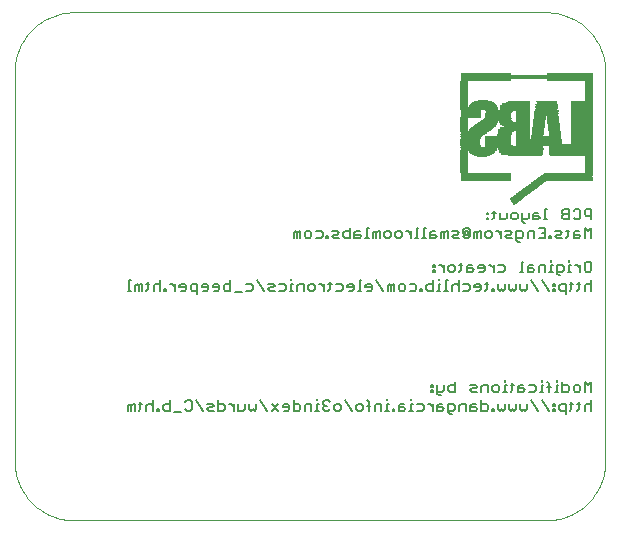
<source format=gbo>
G75*
G70*
%OFA0B0*%
%FSLAX24Y24*%
%IPPOS*%
%LPD*%
%AMOC8*
5,1,8,0,0,1.08239X$1,22.5*
%
%ADD10C,0.0000*%
%ADD11C,0.0060*%
%ADD12R,0.0039X0.0013*%
%ADD13R,0.0065X0.0013*%
%ADD14R,0.0078X0.0013*%
%ADD15R,0.0117X0.0013*%
%ADD16R,0.0130X0.0013*%
%ADD17R,0.0169X0.0013*%
%ADD18R,0.0195X0.0013*%
%ADD19R,0.0221X0.0013*%
%ADD20R,0.0247X0.0013*%
%ADD21R,0.0273X0.0013*%
%ADD22R,0.0299X0.0013*%
%ADD23R,0.0325X0.0013*%
%ADD24R,0.0351X0.0013*%
%ADD25R,0.0377X0.0013*%
%ADD26R,0.0416X0.0013*%
%ADD27R,0.0429X0.0013*%
%ADD28R,0.0429X0.0013*%
%ADD29R,0.0429X0.0013*%
%ADD30R,0.0416X0.0013*%
%ADD31R,0.0429X0.0013*%
%ADD32R,0.0416X0.0013*%
%ADD33R,0.1937X0.0013*%
%ADD34R,0.1664X0.0013*%
%ADD35R,0.1924X0.0013*%
%ADD36R,0.1664X0.0013*%
%ADD37R,0.1898X0.0013*%
%ADD38R,0.1885X0.0013*%
%ADD39R,0.1859X0.0013*%
%ADD40R,0.1846X0.0013*%
%ADD41R,0.1820X0.0013*%
%ADD42R,0.1807X0.0013*%
%ADD43R,0.1781X0.0013*%
%ADD44R,0.1768X0.0013*%
%ADD45R,0.1755X0.0013*%
%ADD46R,0.1742X0.0013*%
%ADD47R,0.1716X0.0013*%
%ADD48R,0.1703X0.0013*%
%ADD49R,0.1677X0.0013*%
%ADD50R,0.1651X0.0013*%
%ADD51R,0.1625X0.0013*%
%ADD52R,0.1612X0.0013*%
%ADD53R,0.1586X0.0013*%
%ADD54R,0.0260X0.0013*%
%ADD55R,0.0247X0.0013*%
%ADD56R,0.0260X0.0013*%
%ADD57R,0.0247X0.0013*%
%ADD58R,0.0195X0.0013*%
%ADD59R,0.0455X0.0013*%
%ADD60R,0.1430X0.0013*%
%ADD61R,0.1157X0.0013*%
%ADD62R,0.0520X0.0013*%
%ADD63R,0.1430X0.0013*%
%ADD64R,0.1287X0.0013*%
%ADD65R,0.0585X0.0013*%
%ADD66R,0.1352X0.0013*%
%ADD67R,0.0637X0.0013*%
%ADD68R,0.1443X0.0013*%
%ADD69R,0.1378X0.0013*%
%ADD70R,0.0689X0.0013*%
%ADD71R,0.1404X0.0013*%
%ADD72R,0.0715X0.0013*%
%ADD73R,0.1443X0.0013*%
%ADD74R,0.1417X0.0013*%
%ADD75R,0.0767X0.0013*%
%ADD76R,0.0793X0.0013*%
%ADD77R,0.1443X0.0013*%
%ADD78R,0.0819X0.0013*%
%ADD79R,0.1456X0.0013*%
%ADD80R,0.0871X0.0013*%
%ADD81R,0.1469X0.0013*%
%ADD82R,0.0884X0.0013*%
%ADD83R,0.1469X0.0013*%
%ADD84R,0.0897X0.0013*%
%ADD85R,0.1482X0.0013*%
%ADD86R,0.0923X0.0013*%
%ADD87R,0.1196X0.0013*%
%ADD88R,0.1495X0.0013*%
%ADD89R,0.1456X0.0013*%
%ADD90R,0.1209X0.0013*%
%ADD91R,0.1456X0.0013*%
%ADD92R,0.1508X0.0013*%
%ADD93R,0.1209X0.0013*%
%ADD94R,0.1521X0.0013*%
%ADD95R,0.1222X0.0013*%
%ADD96R,0.2756X0.0013*%
%ADD97R,0.1989X0.0013*%
%ADD98R,0.0715X0.0013*%
%ADD99R,0.1963X0.0013*%
%ADD100R,0.1950X0.0013*%
%ADD101R,0.0676X0.0013*%
%ADD102R,0.0663X0.0013*%
%ADD103R,0.0910X0.0013*%
%ADD104R,0.0936X0.0013*%
%ADD105R,0.2548X0.0013*%
%ADD106R,0.0910X0.0013*%
%ADD107R,0.0650X0.0013*%
%ADD108R,0.2548X0.0013*%
%ADD109R,0.0897X0.0013*%
%ADD110R,0.0650X0.0013*%
%ADD111R,0.0884X0.0013*%
%ADD112R,0.1547X0.0013*%
%ADD113R,0.1547X0.0013*%
%ADD114R,0.0871X0.0013*%
%ADD115R,0.1053X0.0013*%
%ADD116R,0.0468X0.0013*%
%ADD117R,0.1053X0.0013*%
%ADD118R,0.0468X0.0013*%
%ADD119R,0.1040X0.0013*%
%ADD120R,0.1027X0.0013*%
%ADD121R,0.1027X0.0013*%
%ADD122R,0.0663X0.0013*%
%ADD123R,0.1014X0.0013*%
%ADD124R,0.1001X0.0013*%
%ADD125R,0.0702X0.0013*%
%ADD126R,0.0416X0.0013*%
%ADD127R,0.0728X0.0013*%
%ADD128R,0.0741X0.0013*%
%ADD129R,0.0754X0.0013*%
%ADD130R,0.0780X0.0013*%
%ADD131R,0.0455X0.0013*%
%ADD132R,0.0819X0.0013*%
%ADD133R,0.0832X0.0013*%
%ADD134R,0.0468X0.0013*%
%ADD135R,0.0858X0.0013*%
%ADD136R,0.0871X0.0013*%
%ADD137R,0.0403X0.0013*%
%ADD138R,0.0403X0.0013*%
%ADD139R,0.0481X0.0013*%
%ADD140R,0.0533X0.0013*%
%ADD141R,0.0403X0.0013*%
%ADD142R,0.0689X0.0013*%
%ADD143R,0.1040X0.0013*%
%ADD144R,0.0403X0.0013*%
%ADD145R,0.0728X0.0013*%
%ADD146R,0.1014X0.0013*%
%ADD147R,0.0741X0.0013*%
%ADD148R,0.0988X0.0013*%
%ADD149R,0.0975X0.0013*%
%ADD150R,0.0754X0.0013*%
%ADD151R,0.0949X0.0013*%
%ADD152R,0.0754X0.0013*%
%ADD153R,0.0923X0.0013*%
%ADD154R,0.0845X0.0013*%
%ADD155R,0.0845X0.0013*%
%ADD156R,0.0741X0.0013*%
%ADD157R,0.0728X0.0013*%
%ADD158R,0.0390X0.0013*%
%ADD159R,0.0975X0.0013*%
%ADD160R,0.0390X0.0013*%
%ADD161R,0.0988X0.0013*%
%ADD162R,0.0702X0.0013*%
%ADD163R,0.0676X0.0013*%
%ADD164R,0.0663X0.0013*%
%ADD165R,0.0481X0.0013*%
%ADD166R,0.0442X0.0013*%
%ADD167R,0.0624X0.0013*%
%ADD168R,0.0442X0.0013*%
%ADD169R,0.0611X0.0013*%
%ADD170R,0.0598X0.0013*%
%ADD171R,0.0572X0.0013*%
%ADD172R,0.1001X0.0013*%
%ADD173R,0.0949X0.0013*%
%ADD174R,0.0377X0.0013*%
%ADD175R,0.0858X0.0013*%
%ADD176R,0.0676X0.0013*%
%ADD177R,0.0858X0.0013*%
%ADD178R,0.0806X0.0013*%
%ADD179R,0.0780X0.0013*%
%ADD180R,0.0871X0.0013*%
%ADD181R,0.0767X0.0013*%
%ADD182R,0.0689X0.0013*%
%ADD183R,0.0988X0.0013*%
%ADD184R,0.0988X0.0013*%
%ADD185R,0.0962X0.0013*%
%ADD186R,0.0949X0.0013*%
%ADD187R,0.0962X0.0013*%
%ADD188R,0.0936X0.0013*%
%ADD189R,0.0858X0.0013*%
%ADD190R,0.0832X0.0013*%
%ADD191R,0.0806X0.0013*%
%ADD192R,0.0832X0.0013*%
%ADD193R,0.0702X0.0013*%
%ADD194R,0.0793X0.0013*%
%ADD195R,0.0624X0.0013*%
%ADD196R,0.0546X0.0013*%
%ADD197R,0.0364X0.0013*%
%ADD198R,0.0221X0.0013*%
%ADD199R,0.1521X0.0013*%
%ADD200R,0.1521X0.0013*%
%ADD201R,0.4394X0.0013*%
%ADD202R,0.4394X0.0013*%
D10*
X002741Y002926D02*
X002741Y010406D01*
X002741Y015918D01*
X002743Y016012D01*
X002750Y016105D01*
X002761Y016198D01*
X002777Y016291D01*
X002797Y016382D01*
X002821Y016473D01*
X002849Y016562D01*
X002882Y016650D01*
X002919Y016736D01*
X002960Y016820D01*
X003005Y016903D01*
X003054Y016983D01*
X003106Y017060D01*
X003162Y017135D01*
X003222Y017207D01*
X003285Y017277D01*
X003351Y017343D01*
X003421Y017406D01*
X003493Y017466D01*
X003568Y017522D01*
X003645Y017574D01*
X003725Y017623D01*
X003808Y017668D01*
X003892Y017709D01*
X003978Y017746D01*
X004066Y017779D01*
X004155Y017807D01*
X004246Y017831D01*
X004337Y017851D01*
X004430Y017867D01*
X004523Y017878D01*
X004616Y017885D01*
X004710Y017887D01*
X010419Y017887D01*
X020458Y017887D01*
X020552Y017885D01*
X020645Y017878D01*
X020738Y017867D01*
X020831Y017851D01*
X020922Y017831D01*
X021013Y017807D01*
X021102Y017779D01*
X021190Y017746D01*
X021276Y017709D01*
X021360Y017668D01*
X021442Y017623D01*
X021523Y017574D01*
X021600Y017522D01*
X021675Y017466D01*
X021747Y017406D01*
X021817Y017343D01*
X021883Y017277D01*
X021946Y017207D01*
X022006Y017135D01*
X022062Y017060D01*
X022114Y016983D01*
X022163Y016902D01*
X022208Y016820D01*
X022249Y016736D01*
X022286Y016650D01*
X022319Y016562D01*
X022347Y016473D01*
X022371Y016382D01*
X022391Y016291D01*
X022407Y016198D01*
X022418Y016105D01*
X022425Y016012D01*
X022427Y015918D01*
X022426Y015918D02*
X022426Y011194D01*
X022426Y002926D01*
X022427Y002926D02*
X022425Y002832D01*
X022418Y002739D01*
X022407Y002646D01*
X022391Y002553D01*
X022371Y002462D01*
X022347Y002371D01*
X022319Y002282D01*
X022286Y002194D01*
X022249Y002108D01*
X022208Y002024D01*
X022163Y001942D01*
X022114Y001861D01*
X022062Y001784D01*
X022006Y001709D01*
X021946Y001637D01*
X021883Y001567D01*
X021817Y001501D01*
X021747Y001438D01*
X021675Y001378D01*
X021600Y001322D01*
X021523Y001270D01*
X021443Y001221D01*
X021360Y001176D01*
X021276Y001135D01*
X021190Y001098D01*
X021102Y001065D01*
X021013Y001037D01*
X020922Y001013D01*
X020831Y000993D01*
X020738Y000977D01*
X020645Y000966D01*
X020552Y000959D01*
X020458Y000957D01*
X014946Y000957D01*
X004710Y000957D01*
X004616Y000959D01*
X004523Y000966D01*
X004430Y000977D01*
X004337Y000993D01*
X004246Y001013D01*
X004155Y001037D01*
X004066Y001065D01*
X003978Y001098D01*
X003892Y001135D01*
X003808Y001176D01*
X003725Y001221D01*
X003645Y001270D01*
X003568Y001322D01*
X003493Y001378D01*
X003421Y001438D01*
X003351Y001501D01*
X003285Y001567D01*
X003222Y001637D01*
X003162Y001709D01*
X003106Y001784D01*
X003054Y001861D01*
X003005Y001942D01*
X002960Y002024D01*
X002919Y002108D01*
X002882Y002194D01*
X002849Y002282D01*
X002821Y002371D01*
X002797Y002462D01*
X002777Y002553D01*
X002761Y002646D01*
X002750Y002739D01*
X002743Y002832D01*
X002741Y002926D01*
D11*
X006512Y004612D02*
X006512Y004783D01*
X006568Y004839D01*
X006625Y004783D01*
X006625Y004612D01*
X006738Y004612D02*
X006738Y004839D01*
X006682Y004839D01*
X006625Y004783D01*
X006870Y004839D02*
X006984Y004839D01*
X006927Y004896D02*
X006927Y004669D01*
X006870Y004612D01*
X007125Y004612D02*
X007125Y004783D01*
X007182Y004839D01*
X007296Y004839D01*
X007352Y004783D01*
X007352Y004953D02*
X007352Y004612D01*
X007480Y004612D02*
X007536Y004612D01*
X007536Y004669D01*
X007480Y004669D01*
X007480Y004612D01*
X007678Y004669D02*
X007678Y004783D01*
X007735Y004839D01*
X007905Y004839D01*
X007905Y004953D02*
X007905Y004612D01*
X007735Y004612D01*
X007678Y004669D01*
X008046Y004556D02*
X008273Y004556D01*
X008414Y004669D02*
X008471Y004612D01*
X008585Y004612D01*
X008641Y004669D01*
X008641Y004896D01*
X008585Y004953D01*
X008471Y004953D01*
X008414Y004896D01*
X008783Y004953D02*
X009010Y004612D01*
X009151Y004669D02*
X009208Y004726D01*
X009321Y004726D01*
X009378Y004783D01*
X009321Y004839D01*
X009151Y004839D01*
X009151Y004669D02*
X009208Y004612D01*
X009378Y004612D01*
X009519Y004612D02*
X009689Y004612D01*
X009746Y004669D01*
X009746Y004783D01*
X009689Y004839D01*
X009519Y004839D01*
X009519Y004953D02*
X009519Y004612D01*
X009883Y004839D02*
X009940Y004839D01*
X010053Y004726D01*
X010053Y004839D02*
X010053Y004612D01*
X010195Y004612D02*
X010195Y004839D01*
X010421Y004839D02*
X010421Y004669D01*
X010365Y004612D01*
X010195Y004612D01*
X010563Y004669D02*
X010563Y004839D01*
X010563Y004669D02*
X010620Y004612D01*
X010676Y004669D01*
X010733Y004612D01*
X010790Y004669D01*
X010790Y004839D01*
X010931Y004953D02*
X011158Y004612D01*
X011299Y004612D02*
X011526Y004839D01*
X011668Y004783D02*
X011668Y004726D01*
X011895Y004726D01*
X011895Y004783D02*
X011838Y004839D01*
X011724Y004839D01*
X011668Y004783D01*
X011724Y004612D02*
X011838Y004612D01*
X011895Y004669D01*
X011895Y004783D01*
X012036Y004839D02*
X012206Y004839D01*
X012263Y004783D01*
X012263Y004669D01*
X012206Y004612D01*
X012036Y004612D01*
X012036Y004953D01*
X012404Y004783D02*
X012404Y004612D01*
X012404Y004783D02*
X012461Y004839D01*
X012631Y004839D01*
X012631Y004612D01*
X012763Y004612D02*
X012877Y004612D01*
X012820Y004612D02*
X012820Y004839D01*
X012877Y004839D01*
X012820Y004953D02*
X012820Y005009D01*
X013018Y004896D02*
X013018Y004839D01*
X013075Y004783D01*
X013018Y004726D01*
X013018Y004669D01*
X013075Y004612D01*
X013188Y004612D01*
X013245Y004669D01*
X013386Y004669D02*
X013386Y004783D01*
X013443Y004839D01*
X013557Y004839D01*
X013613Y004783D01*
X013613Y004669D01*
X013557Y004612D01*
X013443Y004612D01*
X013386Y004669D01*
X013245Y004896D02*
X013188Y004953D01*
X013075Y004953D01*
X013018Y004896D01*
X013075Y004783D02*
X013132Y004783D01*
X013755Y004953D02*
X013982Y004612D01*
X014123Y004669D02*
X014123Y004783D01*
X014180Y004839D01*
X014293Y004839D01*
X014350Y004783D01*
X014350Y004669D01*
X014293Y004612D01*
X014180Y004612D01*
X014123Y004669D01*
X014482Y004783D02*
X014595Y004783D01*
X014539Y004896D02*
X014482Y004953D01*
X014539Y004896D02*
X014539Y004612D01*
X014737Y004612D02*
X014737Y004783D01*
X014794Y004839D01*
X014964Y004839D01*
X014964Y004612D01*
X015096Y004612D02*
X015209Y004612D01*
X015153Y004612D02*
X015153Y004839D01*
X015209Y004839D01*
X015153Y004953D02*
X015153Y005009D01*
X015337Y004669D02*
X015337Y004612D01*
X015393Y004612D01*
X015393Y004669D01*
X015337Y004669D01*
X015535Y004612D02*
X015535Y004783D01*
X015592Y004839D01*
X015705Y004839D01*
X015705Y004726D02*
X015535Y004726D01*
X015535Y004612D02*
X015705Y004612D01*
X015762Y004669D01*
X015705Y004726D01*
X015894Y004612D02*
X016007Y004612D01*
X015951Y004612D02*
X015951Y004839D01*
X016007Y004839D01*
X015951Y004953D02*
X015951Y005009D01*
X016149Y004839D02*
X016319Y004839D01*
X016376Y004783D01*
X016376Y004669D01*
X016319Y004612D01*
X016149Y004612D01*
X016512Y004839D02*
X016569Y004839D01*
X016682Y004726D01*
X016682Y004839D02*
X016682Y004612D01*
X016824Y004612D02*
X016824Y004783D01*
X016881Y004839D01*
X016994Y004839D01*
X016994Y004726D02*
X016824Y004726D01*
X016824Y004612D02*
X016994Y004612D01*
X017051Y004669D01*
X016994Y004726D01*
X017192Y004839D02*
X017192Y004556D01*
X017249Y004499D01*
X017306Y004499D01*
X017362Y004612D02*
X017192Y004612D01*
X017362Y004612D02*
X017419Y004669D01*
X017419Y004783D01*
X017362Y004839D01*
X017192Y004839D01*
X017561Y004783D02*
X017561Y004612D01*
X017561Y004783D02*
X017617Y004839D01*
X017787Y004839D01*
X017787Y004612D01*
X017929Y004612D02*
X017929Y004783D01*
X017986Y004839D01*
X018099Y004839D01*
X018099Y004726D02*
X017929Y004726D01*
X017929Y004612D02*
X018099Y004612D01*
X018156Y004669D01*
X018099Y004726D01*
X018297Y004839D02*
X018467Y004839D01*
X018524Y004783D01*
X018524Y004669D01*
X018467Y004612D01*
X018297Y004612D01*
X018297Y004953D01*
X018297Y005237D02*
X018297Y005408D01*
X018354Y005464D01*
X018524Y005464D01*
X018524Y005237D01*
X018665Y005294D02*
X018665Y005408D01*
X018722Y005464D01*
X018836Y005464D01*
X018892Y005408D01*
X018892Y005294D01*
X018836Y005237D01*
X018722Y005237D01*
X018665Y005294D01*
X019024Y005237D02*
X019138Y005237D01*
X019081Y005237D02*
X019081Y005464D01*
X019138Y005464D01*
X019081Y005578D02*
X019081Y005634D01*
X019270Y005464D02*
X019383Y005464D01*
X019327Y005521D02*
X019327Y005294D01*
X019270Y005237D01*
X019525Y005237D02*
X019695Y005237D01*
X019752Y005294D01*
X019695Y005351D01*
X019525Y005351D01*
X019525Y005408D02*
X019525Y005237D01*
X019525Y005408D02*
X019582Y005464D01*
X019695Y005464D01*
X019893Y005464D02*
X020063Y005464D01*
X020120Y005408D01*
X020120Y005294D01*
X020063Y005237D01*
X019893Y005237D01*
X019954Y004953D02*
X020181Y004612D01*
X019813Y004669D02*
X019813Y004839D01*
X019813Y004669D02*
X019756Y004612D01*
X019700Y004669D01*
X019643Y004612D01*
X019586Y004669D01*
X019586Y004839D01*
X019445Y004839D02*
X019445Y004669D01*
X019388Y004612D01*
X019331Y004669D01*
X019275Y004612D01*
X019218Y004669D01*
X019218Y004839D01*
X019076Y004839D02*
X019076Y004669D01*
X019020Y004612D01*
X018963Y004669D01*
X018906Y004612D01*
X018850Y004669D01*
X018850Y004839D01*
X018708Y004669D02*
X018651Y004669D01*
X018651Y004612D01*
X018708Y004612D01*
X018708Y004669D01*
X018156Y005237D02*
X017986Y005237D01*
X017929Y005294D01*
X017986Y005351D01*
X018099Y005351D01*
X018156Y005408D01*
X018099Y005464D01*
X017929Y005464D01*
X017419Y005464D02*
X017249Y005464D01*
X017192Y005408D01*
X017192Y005294D01*
X017249Y005237D01*
X017419Y005237D01*
X017419Y005578D01*
X017051Y005464D02*
X017051Y005294D01*
X016994Y005237D01*
X016824Y005237D01*
X016824Y005181D02*
X016881Y005124D01*
X016937Y005124D01*
X016824Y005181D02*
X016824Y005464D01*
X016682Y005464D02*
X016682Y005408D01*
X016626Y005408D01*
X016626Y005464D01*
X016682Y005464D01*
X016682Y005294D02*
X016682Y005237D01*
X016626Y005237D01*
X016626Y005294D01*
X016682Y005294D01*
X020252Y005237D02*
X020365Y005237D01*
X020309Y005237D02*
X020309Y005464D01*
X020365Y005464D01*
X020309Y005578D02*
X020309Y005634D01*
X020498Y005578D02*
X020554Y005521D01*
X020554Y005237D01*
X020498Y005408D02*
X020611Y005408D01*
X020800Y005464D02*
X020800Y005237D01*
X020856Y005237D02*
X020743Y005237D01*
X020998Y005237D02*
X021168Y005237D01*
X021225Y005294D01*
X021225Y005408D01*
X021168Y005464D01*
X020998Y005464D01*
X020998Y005578D02*
X020998Y005237D01*
X020856Y005464D02*
X020800Y005464D01*
X020800Y005578D02*
X020800Y005634D01*
X021366Y005408D02*
X021423Y005464D01*
X021536Y005464D01*
X021593Y005408D01*
X021593Y005294D01*
X021536Y005237D01*
X021423Y005237D01*
X021366Y005294D01*
X021366Y005408D01*
X021735Y005578D02*
X021735Y005237D01*
X021961Y005237D02*
X021961Y005578D01*
X021848Y005464D01*
X021735Y005578D01*
X021961Y004953D02*
X021961Y004612D01*
X021961Y004783D02*
X021905Y004839D01*
X021791Y004839D01*
X021735Y004783D01*
X021735Y004612D01*
X021536Y004669D02*
X021536Y004896D01*
X021480Y004839D02*
X021593Y004839D01*
X021536Y004669D02*
X021480Y004612D01*
X021291Y004669D02*
X021291Y004896D01*
X021348Y004839D02*
X021234Y004839D01*
X021102Y004839D02*
X020932Y004839D01*
X020875Y004783D01*
X020875Y004669D01*
X020932Y004612D01*
X021102Y004612D01*
X021102Y004499D02*
X021102Y004839D01*
X021291Y004669D02*
X021234Y004612D01*
X020734Y004612D02*
X020734Y004669D01*
X020677Y004669D01*
X020677Y004612D01*
X020734Y004612D01*
X020734Y004783D02*
X020734Y004839D01*
X020677Y004839D01*
X020677Y004783D01*
X020734Y004783D01*
X020550Y004612D02*
X020323Y004953D01*
X021102Y008499D02*
X021102Y008839D01*
X020932Y008839D01*
X020875Y008783D01*
X020875Y008669D01*
X020932Y008612D01*
X021102Y008612D01*
X021234Y008612D02*
X021291Y008669D01*
X021291Y008896D01*
X021348Y008839D02*
X021234Y008839D01*
X021480Y008839D02*
X021593Y008839D01*
X021536Y008896D02*
X021536Y008669D01*
X021480Y008612D01*
X021735Y008612D02*
X021735Y008783D01*
X021791Y008839D01*
X021905Y008839D01*
X021961Y008783D01*
X021961Y008953D02*
X021961Y008612D01*
X021905Y009237D02*
X021791Y009237D01*
X021735Y009294D01*
X021735Y009521D01*
X021791Y009578D01*
X021905Y009578D01*
X021961Y009521D01*
X021961Y009294D01*
X021905Y009237D01*
X021593Y009237D02*
X021593Y009464D01*
X021593Y009351D02*
X021480Y009464D01*
X021423Y009464D01*
X021286Y009464D02*
X021230Y009464D01*
X021230Y009237D01*
X021286Y009237D02*
X021173Y009237D01*
X021041Y009294D02*
X020984Y009237D01*
X020814Y009237D01*
X020814Y009181D02*
X020814Y009464D01*
X020984Y009464D01*
X021041Y009408D01*
X021041Y009294D01*
X020927Y009124D02*
X020871Y009124D01*
X020814Y009181D01*
X020672Y009237D02*
X020559Y009237D01*
X020616Y009237D02*
X020616Y009464D01*
X020672Y009464D01*
X020616Y009578D02*
X020616Y009634D01*
X020427Y009464D02*
X020257Y009464D01*
X020200Y009408D01*
X020200Y009237D01*
X020059Y009294D02*
X020002Y009351D01*
X019832Y009351D01*
X019832Y009408D02*
X019832Y009237D01*
X020002Y009237D01*
X020059Y009294D01*
X020002Y009464D02*
X019888Y009464D01*
X019832Y009408D01*
X019690Y009578D02*
X019634Y009578D01*
X019634Y009237D01*
X019690Y009237D02*
X019577Y009237D01*
X019954Y008953D02*
X020181Y008612D01*
X019813Y008669D02*
X019813Y008839D01*
X019813Y008669D02*
X019756Y008612D01*
X019700Y008669D01*
X019643Y008612D01*
X019586Y008669D01*
X019586Y008839D01*
X019445Y008839D02*
X019445Y008669D01*
X019388Y008612D01*
X019331Y008669D01*
X019275Y008612D01*
X019218Y008669D01*
X019218Y008839D01*
X019076Y008839D02*
X019076Y008669D01*
X019020Y008612D01*
X018963Y008669D01*
X018906Y008612D01*
X018850Y008669D01*
X018850Y008839D01*
X018708Y008669D02*
X018651Y008669D01*
X018651Y008612D01*
X018708Y008612D01*
X018708Y008669D01*
X018467Y008669D02*
X018411Y008612D01*
X018467Y008669D02*
X018467Y008896D01*
X018411Y008839D02*
X018524Y008839D01*
X018278Y008783D02*
X018278Y008669D01*
X018222Y008612D01*
X018108Y008612D01*
X018052Y008726D02*
X018278Y008726D01*
X018278Y008783D02*
X018222Y008839D01*
X018108Y008839D01*
X018052Y008783D01*
X018052Y008726D01*
X017910Y008783D02*
X017910Y008669D01*
X017853Y008612D01*
X017683Y008612D01*
X017542Y008612D02*
X017542Y008953D01*
X017485Y008839D02*
X017372Y008839D01*
X017315Y008783D01*
X017315Y008612D01*
X017174Y008612D02*
X017060Y008612D01*
X017117Y008612D02*
X017117Y008953D01*
X017174Y008953D01*
X016928Y008839D02*
X016871Y008839D01*
X016871Y008612D01*
X016815Y008612D02*
X016928Y008612D01*
X016683Y008612D02*
X016512Y008612D01*
X016456Y008669D01*
X016456Y008783D01*
X016512Y008839D01*
X016683Y008839D01*
X016683Y008953D02*
X016683Y008612D01*
X016314Y008612D02*
X016258Y008612D01*
X016258Y008669D01*
X016314Y008669D01*
X016314Y008612D01*
X016130Y008669D02*
X016073Y008612D01*
X015903Y008612D01*
X015762Y008669D02*
X015762Y008783D01*
X015705Y008839D01*
X015592Y008839D01*
X015535Y008783D01*
X015535Y008669D01*
X015592Y008612D01*
X015705Y008612D01*
X015762Y008669D01*
X015903Y008839D02*
X016073Y008839D01*
X016130Y008783D01*
X016130Y008669D01*
X016871Y008953D02*
X016871Y009009D01*
X016744Y009237D02*
X016744Y009294D01*
X016687Y009294D01*
X016687Y009237D01*
X016744Y009237D01*
X016744Y009408D02*
X016744Y009464D01*
X016687Y009464D01*
X016687Y009408D01*
X016744Y009408D01*
X016881Y009464D02*
X016937Y009464D01*
X017051Y009351D01*
X017051Y009464D02*
X017051Y009237D01*
X017192Y009294D02*
X017192Y009408D01*
X017249Y009464D01*
X017362Y009464D01*
X017419Y009408D01*
X017419Y009294D01*
X017362Y009237D01*
X017249Y009237D01*
X017192Y009294D01*
X017551Y009237D02*
X017608Y009294D01*
X017608Y009521D01*
X017665Y009464D02*
X017551Y009464D01*
X017806Y009408D02*
X017806Y009237D01*
X017976Y009237D01*
X018033Y009294D01*
X017976Y009351D01*
X017806Y009351D01*
X017806Y009408D02*
X017863Y009464D01*
X017976Y009464D01*
X018174Y009408D02*
X018174Y009351D01*
X018401Y009351D01*
X018401Y009408D02*
X018345Y009464D01*
X018231Y009464D01*
X018174Y009408D01*
X018231Y009237D02*
X018345Y009237D01*
X018401Y009294D01*
X018401Y009408D01*
X018538Y009464D02*
X018595Y009464D01*
X018708Y009351D01*
X018708Y009464D02*
X018708Y009237D01*
X018850Y009237D02*
X019020Y009237D01*
X019076Y009294D01*
X019076Y009408D01*
X019020Y009464D01*
X018850Y009464D01*
X019520Y010249D02*
X019463Y010306D01*
X019463Y010589D01*
X019634Y010589D01*
X019690Y010533D01*
X019690Y010419D01*
X019634Y010362D01*
X019463Y010362D01*
X019520Y010249D02*
X019577Y010249D01*
X019832Y010362D02*
X019832Y010533D01*
X019888Y010589D01*
X020059Y010589D01*
X020059Y010362D01*
X020200Y010362D02*
X020427Y010362D01*
X020427Y010703D01*
X020200Y010703D01*
X020313Y010533D02*
X020427Y010533D01*
X020554Y010419D02*
X020554Y010362D01*
X020611Y010362D01*
X020611Y010419D01*
X020554Y010419D01*
X020752Y010419D02*
X020809Y010476D01*
X020923Y010476D01*
X020979Y010533D01*
X020923Y010589D01*
X020752Y010589D01*
X020752Y010419D02*
X020809Y010362D01*
X020979Y010362D01*
X021111Y010362D02*
X021168Y010419D01*
X021168Y010646D01*
X021225Y010589D02*
X021111Y010589D01*
X021366Y010533D02*
X021366Y010362D01*
X021536Y010362D01*
X021593Y010419D01*
X021536Y010476D01*
X021366Y010476D01*
X021366Y010533D02*
X021423Y010589D01*
X021536Y010589D01*
X021735Y010703D02*
X021735Y010362D01*
X021961Y010362D02*
X021961Y010703D01*
X021848Y010589D01*
X021735Y010703D01*
X021536Y010987D02*
X021423Y010987D01*
X021366Y011044D01*
X021225Y010987D02*
X021055Y010987D01*
X020998Y011044D01*
X020998Y011101D01*
X021055Y011158D01*
X021225Y011158D01*
X021225Y011328D02*
X021055Y011328D01*
X020998Y011271D01*
X020998Y011214D01*
X021055Y011158D01*
X021225Y011328D02*
X021225Y010987D01*
X021536Y010987D02*
X021593Y011044D01*
X021593Y011271D01*
X021536Y011328D01*
X021423Y011328D01*
X021366Y011271D01*
X021735Y011271D02*
X021735Y011158D01*
X021791Y011101D01*
X021961Y011101D01*
X021961Y010987D02*
X021961Y011328D01*
X021791Y011328D01*
X021735Y011271D01*
X020488Y011328D02*
X020431Y011328D01*
X020431Y010987D01*
X020375Y010987D02*
X020488Y010987D01*
X020243Y011044D02*
X020186Y011101D01*
X020016Y011101D01*
X020016Y011158D02*
X020016Y010987D01*
X020186Y010987D01*
X020243Y011044D01*
X020186Y011214D02*
X020073Y011214D01*
X020016Y011158D01*
X019874Y011214D02*
X019874Y011044D01*
X019818Y010987D01*
X019648Y010987D01*
X019648Y010931D02*
X019704Y010874D01*
X019761Y010874D01*
X019648Y010931D02*
X019648Y011214D01*
X019506Y011158D02*
X019506Y011044D01*
X019449Y010987D01*
X019336Y010987D01*
X019279Y011044D01*
X019279Y011158D01*
X019336Y011214D01*
X019449Y011214D01*
X019506Y011158D01*
X019138Y011214D02*
X019138Y011044D01*
X019081Y010987D01*
X018911Y010987D01*
X018911Y011214D01*
X018769Y011214D02*
X018656Y011214D01*
X018713Y011271D02*
X018713Y011044D01*
X018656Y010987D01*
X018524Y010987D02*
X018524Y011044D01*
X018467Y011044D01*
X018467Y010987D01*
X018524Y010987D01*
X018524Y011158D02*
X018524Y011214D01*
X018467Y011214D01*
X018467Y011158D01*
X018524Y011158D01*
X018477Y010589D02*
X018590Y010589D01*
X018647Y010533D01*
X018647Y010419D01*
X018590Y010362D01*
X018477Y010362D01*
X018420Y010419D01*
X018420Y010533D01*
X018477Y010589D01*
X018278Y010589D02*
X018278Y010362D01*
X018165Y010362D02*
X018165Y010533D01*
X018108Y010589D01*
X018052Y010533D01*
X018052Y010362D01*
X017910Y010419D02*
X017910Y010646D01*
X017853Y010703D01*
X017740Y010703D01*
X017683Y010646D01*
X017683Y010533D01*
X017740Y010476D01*
X017740Y010589D01*
X017853Y010589D01*
X017853Y010476D01*
X017740Y010476D01*
X017683Y010419D02*
X017740Y010362D01*
X017853Y010362D01*
X017910Y010419D01*
X017542Y010362D02*
X017372Y010362D01*
X017315Y010419D01*
X017372Y010476D01*
X017485Y010476D01*
X017542Y010533D01*
X017485Y010589D01*
X017315Y010589D01*
X017174Y010589D02*
X017174Y010362D01*
X017060Y010362D02*
X017060Y010533D01*
X017003Y010589D01*
X016947Y010533D01*
X016947Y010362D01*
X016805Y010419D02*
X016749Y010476D01*
X016578Y010476D01*
X016578Y010533D02*
X016578Y010362D01*
X016749Y010362D01*
X016805Y010419D01*
X016749Y010589D02*
X016635Y010589D01*
X016578Y010533D01*
X016437Y010703D02*
X016380Y010703D01*
X016380Y010362D01*
X016437Y010362D02*
X016323Y010362D01*
X016191Y010362D02*
X016078Y010362D01*
X016135Y010362D02*
X016135Y010703D01*
X016191Y010703D01*
X015946Y010589D02*
X015946Y010362D01*
X015946Y010476D02*
X015832Y010589D01*
X015776Y010589D01*
X015639Y010533D02*
X015639Y010419D01*
X015582Y010362D01*
X015469Y010362D01*
X015412Y010419D01*
X015412Y010533D01*
X015469Y010589D01*
X015582Y010589D01*
X015639Y010533D01*
X015271Y010533D02*
X015271Y010419D01*
X015214Y010362D01*
X015101Y010362D01*
X015044Y010419D01*
X015044Y010533D01*
X015101Y010589D01*
X015214Y010589D01*
X015271Y010533D01*
X014902Y010589D02*
X014902Y010362D01*
X014789Y010362D02*
X014789Y010533D01*
X014732Y010589D01*
X014676Y010533D01*
X014676Y010362D01*
X014534Y010362D02*
X014421Y010362D01*
X014477Y010362D02*
X014477Y010703D01*
X014534Y010703D01*
X014789Y010533D02*
X014846Y010589D01*
X014902Y010589D01*
X014289Y010419D02*
X014232Y010476D01*
X014062Y010476D01*
X014062Y010533D02*
X014062Y010362D01*
X014232Y010362D01*
X014289Y010419D01*
X014232Y010589D02*
X014118Y010589D01*
X014062Y010533D01*
X013920Y010589D02*
X013750Y010589D01*
X013693Y010533D01*
X013693Y010419D01*
X013750Y010362D01*
X013920Y010362D01*
X013920Y010703D01*
X013552Y010533D02*
X013495Y010476D01*
X013382Y010476D01*
X013325Y010419D01*
X013382Y010362D01*
X013552Y010362D01*
X013552Y010533D02*
X013495Y010589D01*
X013325Y010589D01*
X013184Y010419D02*
X013127Y010419D01*
X013127Y010362D01*
X013184Y010362D01*
X013184Y010419D01*
X012999Y010419D02*
X012999Y010533D01*
X012943Y010589D01*
X012773Y010589D01*
X012631Y010533D02*
X012631Y010419D01*
X012574Y010362D01*
X012461Y010362D01*
X012404Y010419D01*
X012404Y010533D01*
X012461Y010589D01*
X012574Y010589D01*
X012631Y010533D01*
X012773Y010362D02*
X012943Y010362D01*
X012999Y010419D01*
X012263Y010362D02*
X012263Y010589D01*
X012206Y010589D01*
X012149Y010533D01*
X012093Y010589D01*
X012036Y010533D01*
X012036Y010362D01*
X012149Y010362D02*
X012149Y010533D01*
X011961Y009009D02*
X011961Y008953D01*
X011961Y008839D02*
X011961Y008612D01*
X012017Y008612D02*
X011904Y008612D01*
X011772Y008669D02*
X011772Y008783D01*
X011715Y008839D01*
X011545Y008839D01*
X011404Y008783D02*
X011347Y008839D01*
X011177Y008839D01*
X011233Y008726D02*
X011347Y008726D01*
X011404Y008783D01*
X011404Y008612D02*
X011233Y008612D01*
X011177Y008669D01*
X011233Y008726D01*
X011035Y008612D02*
X010808Y008953D01*
X010667Y008783D02*
X010610Y008839D01*
X010440Y008839D01*
X010440Y008612D02*
X010610Y008612D01*
X010667Y008669D01*
X010667Y008783D01*
X010299Y008556D02*
X010072Y008556D01*
X009930Y008612D02*
X009760Y008612D01*
X009704Y008669D01*
X009704Y008783D01*
X009760Y008839D01*
X009930Y008839D01*
X009930Y008953D02*
X009930Y008612D01*
X009562Y008669D02*
X009562Y008783D01*
X009505Y008839D01*
X009392Y008839D01*
X009335Y008783D01*
X009335Y008726D01*
X009562Y008726D01*
X009562Y008669D02*
X009505Y008612D01*
X009392Y008612D01*
X009194Y008669D02*
X009194Y008783D01*
X009137Y008839D01*
X009024Y008839D01*
X008967Y008783D01*
X008967Y008726D01*
X009194Y008726D01*
X009194Y008669D02*
X009137Y008612D01*
X009024Y008612D01*
X008825Y008612D02*
X008655Y008612D01*
X008599Y008669D01*
X008599Y008783D01*
X008655Y008839D01*
X008825Y008839D01*
X008825Y008499D01*
X008457Y008669D02*
X008457Y008783D01*
X008400Y008839D01*
X008287Y008839D01*
X008230Y008783D01*
X008230Y008726D01*
X008457Y008726D01*
X008457Y008669D02*
X008400Y008612D01*
X008287Y008612D01*
X008089Y008612D02*
X008089Y008839D01*
X008089Y008726D02*
X007975Y008839D01*
X007919Y008839D01*
X007782Y008669D02*
X007725Y008669D01*
X007725Y008612D01*
X007782Y008612D01*
X007782Y008669D01*
X007598Y008612D02*
X007598Y008953D01*
X007541Y008839D02*
X007428Y008839D01*
X007371Y008783D01*
X007371Y008612D01*
X007173Y008669D02*
X007116Y008612D01*
X007173Y008669D02*
X007173Y008896D01*
X007229Y008839D02*
X007116Y008839D01*
X006984Y008839D02*
X006984Y008612D01*
X006871Y008612D02*
X006871Y008783D01*
X006814Y008839D01*
X006757Y008783D01*
X006757Y008612D01*
X006616Y008612D02*
X006502Y008612D01*
X006559Y008612D02*
X006559Y008953D01*
X006616Y008953D01*
X006871Y008783D02*
X006927Y008839D01*
X006984Y008839D01*
X007541Y008839D02*
X007598Y008783D01*
X011545Y008612D02*
X011715Y008612D01*
X011772Y008669D01*
X011961Y008839D02*
X012017Y008839D01*
X012159Y008783D02*
X012159Y008612D01*
X012159Y008783D02*
X012216Y008839D01*
X012386Y008839D01*
X012386Y008612D01*
X012527Y008669D02*
X012527Y008783D01*
X012584Y008839D01*
X012697Y008839D01*
X012754Y008783D01*
X012754Y008669D01*
X012697Y008612D01*
X012584Y008612D01*
X012527Y008669D01*
X012891Y008839D02*
X012947Y008839D01*
X013061Y008726D01*
X013061Y008839D02*
X013061Y008612D01*
X013193Y008612D02*
X013250Y008669D01*
X013250Y008896D01*
X013306Y008839D02*
X013193Y008839D01*
X013448Y008839D02*
X013618Y008839D01*
X013675Y008783D01*
X013675Y008669D01*
X013618Y008612D01*
X013448Y008612D01*
X013816Y008726D02*
X014043Y008726D01*
X014043Y008783D02*
X013986Y008839D01*
X013873Y008839D01*
X013816Y008783D01*
X013816Y008726D01*
X013873Y008612D02*
X013986Y008612D01*
X014043Y008669D01*
X014043Y008783D01*
X014175Y008612D02*
X014289Y008612D01*
X014232Y008612D02*
X014232Y008953D01*
X014289Y008953D01*
X014430Y008783D02*
X014430Y008726D01*
X014657Y008726D01*
X014657Y008783D02*
X014600Y008839D01*
X014487Y008839D01*
X014430Y008783D01*
X014487Y008612D02*
X014600Y008612D01*
X014657Y008669D01*
X014657Y008783D01*
X014798Y008953D02*
X015025Y008612D01*
X015167Y008612D02*
X015167Y008783D01*
X015223Y008839D01*
X015280Y008783D01*
X015280Y008612D01*
X015393Y008612D02*
X015393Y008839D01*
X015337Y008839D01*
X015280Y008783D01*
X017485Y008839D02*
X017542Y008783D01*
X017683Y008839D02*
X017853Y008839D01*
X017910Y008783D01*
X018954Y010362D02*
X018954Y010589D01*
X018954Y010476D02*
X018840Y010589D01*
X018784Y010589D01*
X019095Y010589D02*
X019265Y010589D01*
X019322Y010533D01*
X019265Y010476D01*
X019152Y010476D01*
X019095Y010419D01*
X019152Y010362D01*
X019322Y010362D01*
X018278Y010589D02*
X018222Y010589D01*
X018165Y010533D01*
X017174Y010589D02*
X017117Y010589D01*
X017060Y010533D01*
X020323Y008953D02*
X020550Y008612D01*
X020677Y008612D02*
X020734Y008612D01*
X020734Y008669D01*
X020677Y008669D01*
X020677Y008612D01*
X020677Y008783D02*
X020734Y008783D01*
X020734Y008839D01*
X020677Y008839D01*
X020677Y008783D01*
X020427Y009237D02*
X020427Y009464D01*
X021230Y009578D02*
X021230Y009634D01*
X011526Y004612D02*
X011299Y004839D01*
D12*
X019391Y011470D03*
D13*
X019391Y011483D03*
D14*
X019398Y011496D03*
D15*
X019404Y011509D03*
D16*
X019411Y011522D03*
D17*
X019417Y011535D03*
D18*
X019417Y011548D03*
D19*
X019417Y011561D03*
D20*
X019430Y011574D03*
D21*
X019430Y011587D03*
D22*
X019430Y011600D03*
D23*
X019443Y011613D03*
D24*
X019443Y011626D03*
X018325Y013082D03*
D25*
X019443Y011639D03*
X020249Y014395D03*
X020249Y014421D03*
X020249Y014434D03*
X020249Y014447D03*
D26*
X020685Y014304D03*
X020685Y014291D03*
X020698Y014200D03*
X020698Y014187D03*
X020698Y014174D03*
X020711Y014109D03*
X020711Y014096D03*
X020711Y014070D03*
X020750Y013810D03*
X020750Y013797D03*
X020750Y013784D03*
X020750Y013771D03*
X020191Y013901D03*
X020191Y013914D03*
X020191Y013927D03*
X020191Y013940D03*
X020178Y013862D03*
X020178Y013849D03*
X020178Y013836D03*
X020178Y013810D03*
X020178Y013797D03*
X020165Y013771D03*
X020165Y012185D03*
X020113Y012146D03*
X019450Y011652D03*
D27*
X019456Y011665D03*
X019534Y011717D03*
X019586Y011756D03*
X019599Y011769D03*
X019664Y011821D03*
X019716Y011860D03*
X019781Y011899D03*
X019794Y011912D03*
X019846Y011951D03*
X019976Y012042D03*
X019989Y012055D03*
X020041Y012094D03*
X020054Y012107D03*
X020236Y012237D03*
X020249Y012250D03*
X020171Y013784D03*
D28*
X020093Y012133D03*
X019833Y011938D03*
X019742Y011873D03*
X019560Y011743D03*
X019482Y011678D03*
D29*
X019495Y011691D03*
X019508Y011704D03*
X019547Y011730D03*
X019612Y011782D03*
X019690Y011834D03*
X019703Y011847D03*
X019820Y011925D03*
X019872Y011964D03*
X019885Y011977D03*
X019898Y011990D03*
X019937Y012016D03*
X020028Y012081D03*
X020080Y012120D03*
X020132Y012159D03*
X020145Y012172D03*
X020197Y012211D03*
X019092Y014239D03*
X019092Y014252D03*
X018650Y014564D03*
X018650Y014577D03*
D30*
X020204Y014044D03*
X020204Y014031D03*
X020724Y014005D03*
X020724Y013992D03*
X020724Y013979D03*
X020724Y013966D03*
X020737Y013914D03*
X020737Y013901D03*
X020737Y013875D03*
X020737Y013862D03*
X020737Y013849D03*
X020737Y013836D03*
X020672Y014369D03*
X020672Y014382D03*
X020672Y014395D03*
X020217Y012224D03*
X019957Y012029D03*
X019762Y011886D03*
X019632Y011795D03*
D31*
X019651Y011808D03*
X019924Y012003D03*
X020184Y012198D03*
D32*
X020009Y012068D03*
X020737Y013888D03*
X020724Y014018D03*
X020672Y014408D03*
D33*
X021029Y012263D03*
D34*
X021166Y012458D03*
X018436Y012458D03*
X018436Y012393D03*
X018436Y012328D03*
X018436Y012263D03*
X018436Y015643D03*
X018436Y015773D03*
X018436Y015838D03*
D35*
X021036Y012276D03*
D36*
X018436Y012289D03*
X018436Y012276D03*
X018436Y012302D03*
X018436Y012315D03*
X018436Y012341D03*
X018436Y012354D03*
X018436Y012367D03*
X018436Y012380D03*
X018436Y012406D03*
X018436Y012419D03*
X018436Y012432D03*
X018436Y012445D03*
X018436Y012471D03*
X018436Y012484D03*
X018436Y012497D03*
X018436Y012510D03*
X018436Y015591D03*
X018436Y015604D03*
X018436Y015617D03*
X018436Y015630D03*
X018436Y015656D03*
X018436Y015786D03*
X018436Y015799D03*
X018436Y015812D03*
X018436Y015825D03*
D37*
X021049Y012289D03*
D38*
X021055Y012302D03*
D39*
X021068Y012315D03*
D40*
X021075Y012328D03*
D41*
X021088Y012341D03*
D42*
X021094Y012354D03*
D43*
X021107Y012367D03*
D44*
X021114Y012380D03*
D45*
X021120Y012393D03*
D46*
X021127Y012406D03*
D47*
X021140Y012419D03*
D48*
X021146Y012432D03*
D49*
X021159Y012445D03*
D50*
X021172Y012471D03*
D51*
X021185Y012484D03*
D52*
X021192Y012497D03*
D53*
X021205Y012510D03*
D54*
X021868Y012523D03*
X021868Y012588D03*
X021868Y012653D03*
X021868Y012718D03*
X021868Y012783D03*
X021868Y012848D03*
X021868Y012913D03*
X021868Y012978D03*
X021868Y013043D03*
X021868Y014928D03*
X021868Y014993D03*
X021868Y015058D03*
X021868Y015123D03*
X021868Y015188D03*
X021868Y015253D03*
X021868Y015318D03*
X021868Y015383D03*
X021868Y015448D03*
X021868Y015513D03*
X021868Y015578D03*
D55*
X017727Y015578D03*
X017727Y015513D03*
X017727Y015448D03*
X017727Y015383D03*
X017727Y015318D03*
X017727Y015253D03*
X017727Y015188D03*
X017727Y015123D03*
X017727Y015058D03*
X017727Y014993D03*
X017727Y014928D03*
X017727Y014863D03*
X017727Y014798D03*
X017727Y014733D03*
X017727Y014668D03*
X017727Y014343D03*
X017727Y014278D03*
X017727Y014213D03*
X017727Y014148D03*
X017727Y014083D03*
X017727Y014018D03*
X017727Y013953D03*
X017727Y013238D03*
X017727Y013173D03*
X017727Y013108D03*
X017727Y013043D03*
X017727Y012978D03*
X017727Y012913D03*
X017727Y012848D03*
X017727Y012783D03*
X017727Y012718D03*
X017727Y012653D03*
X017727Y012588D03*
X017727Y012523D03*
D56*
X021868Y012536D03*
X021868Y012549D03*
X021868Y012562D03*
X021868Y012575D03*
X021868Y012601D03*
X021868Y012614D03*
X021868Y012627D03*
X021868Y012640D03*
X021868Y012666D03*
X021868Y012679D03*
X021868Y012692D03*
X021868Y012705D03*
X021868Y012731D03*
X021868Y012744D03*
X021868Y012757D03*
X021868Y012770D03*
X021868Y012796D03*
X021868Y012809D03*
X021868Y012822D03*
X021868Y012835D03*
X021868Y012861D03*
X021868Y012874D03*
X021868Y012887D03*
X021868Y012900D03*
X021868Y012926D03*
X021868Y012939D03*
X021868Y012952D03*
X021868Y012965D03*
X021868Y012991D03*
X021868Y013004D03*
X021868Y013017D03*
X021868Y013030D03*
X021868Y013056D03*
X021868Y013069D03*
X021868Y013082D03*
X021868Y013095D03*
X021868Y014915D03*
X021868Y014941D03*
X021868Y014954D03*
X021868Y014967D03*
X021868Y014980D03*
X021868Y015006D03*
X021868Y015019D03*
X021868Y015032D03*
X021868Y015045D03*
X021868Y015071D03*
X021868Y015084D03*
X021868Y015097D03*
X021868Y015110D03*
X021868Y015136D03*
X021868Y015149D03*
X021868Y015162D03*
X021868Y015175D03*
X021868Y015201D03*
X021868Y015214D03*
X021868Y015227D03*
X021868Y015240D03*
X021868Y015266D03*
X021868Y015279D03*
X021868Y015292D03*
X021868Y015305D03*
X021868Y015331D03*
X021868Y015344D03*
X021868Y015357D03*
X021868Y015370D03*
X021868Y015396D03*
X021868Y015409D03*
X021868Y015422D03*
X021868Y015435D03*
X021868Y015461D03*
X021868Y015474D03*
X021868Y015487D03*
X021868Y015500D03*
X021868Y015526D03*
X021868Y015539D03*
X021868Y015552D03*
X021868Y015565D03*
D57*
X017727Y015565D03*
X017727Y015552D03*
X017727Y015539D03*
X017727Y015526D03*
X017727Y015500D03*
X017727Y015487D03*
X017727Y015474D03*
X017727Y015461D03*
X017727Y015435D03*
X017727Y015422D03*
X017727Y015409D03*
X017727Y015396D03*
X017727Y015370D03*
X017727Y015357D03*
X017727Y015344D03*
X017727Y015331D03*
X017727Y015305D03*
X017727Y015292D03*
X017727Y015279D03*
X017727Y015266D03*
X017727Y015240D03*
X017727Y015227D03*
X017727Y015214D03*
X017727Y015201D03*
X017727Y015175D03*
X017727Y015162D03*
X017727Y015149D03*
X017727Y015136D03*
X017727Y015110D03*
X017727Y015097D03*
X017727Y015084D03*
X017727Y015071D03*
X017727Y015045D03*
X017727Y015032D03*
X017727Y015019D03*
X017727Y015006D03*
X017727Y014980D03*
X017727Y014967D03*
X017727Y014954D03*
X017727Y014941D03*
X017727Y014915D03*
X017727Y014902D03*
X017727Y014889D03*
X017727Y014876D03*
X017727Y014850D03*
X017727Y014837D03*
X017727Y014824D03*
X017727Y014811D03*
X017727Y014785D03*
X017727Y014772D03*
X017727Y014759D03*
X017727Y014746D03*
X017727Y014720D03*
X017727Y014707D03*
X017727Y014694D03*
X017727Y014681D03*
X017727Y014655D03*
X017727Y014642D03*
X017727Y014356D03*
X017727Y014330D03*
X017727Y014317D03*
X017727Y014304D03*
X017727Y014291D03*
X017727Y014265D03*
X017727Y014252D03*
X017727Y014239D03*
X017727Y014226D03*
X017727Y014200D03*
X017727Y014187D03*
X017727Y014174D03*
X017727Y014161D03*
X017727Y014135D03*
X017727Y014122D03*
X017727Y014109D03*
X017727Y014096D03*
X017727Y014070D03*
X017727Y014057D03*
X017727Y014044D03*
X017727Y014031D03*
X017727Y014005D03*
X017727Y013992D03*
X017727Y013979D03*
X017727Y013966D03*
X017727Y013940D03*
X017727Y013927D03*
X017727Y013914D03*
X017727Y013901D03*
X017727Y013251D03*
X017727Y013225D03*
X017727Y013212D03*
X017727Y013199D03*
X017727Y013186D03*
X017727Y013160D03*
X017727Y013147D03*
X017727Y013134D03*
X017727Y013121D03*
X017727Y013095D03*
X017727Y013082D03*
X017727Y013069D03*
X017727Y013056D03*
X017727Y013030D03*
X017727Y013017D03*
X017727Y013004D03*
X017727Y012991D03*
X017727Y012965D03*
X017727Y012952D03*
X017727Y012939D03*
X017727Y012926D03*
X017727Y012900D03*
X017727Y012887D03*
X017727Y012874D03*
X017727Y012861D03*
X017727Y012835D03*
X017727Y012822D03*
X017727Y012809D03*
X017727Y012796D03*
X017727Y012770D03*
X017727Y012757D03*
X017727Y012744D03*
X017727Y012731D03*
X017727Y012705D03*
X017727Y012692D03*
X017727Y012679D03*
X017727Y012666D03*
X017727Y012640D03*
X017727Y012627D03*
X017727Y012614D03*
X017727Y012601D03*
X017727Y012575D03*
X017727Y012562D03*
X017727Y012549D03*
X017727Y012536D03*
D58*
X018325Y013069D03*
D59*
X018325Y013095D03*
X019066Y013810D03*
X019066Y013836D03*
X019079Y013875D03*
X019105Y014577D03*
X018637Y014616D03*
D60*
X021283Y013108D03*
D61*
X019755Y013108D03*
D62*
X018319Y013108D03*
D63*
X019632Y013186D03*
X021283Y013134D03*
X021283Y013121D03*
D64*
X019690Y013121D03*
D65*
X018325Y013121D03*
D66*
X019671Y013134D03*
D67*
X018325Y013134D03*
X018520Y014200D03*
D68*
X021276Y013277D03*
X021276Y013264D03*
X021276Y013251D03*
X021276Y013225D03*
X021276Y013212D03*
X021276Y013199D03*
X021276Y013186D03*
X021276Y013160D03*
X021276Y013147D03*
D69*
X019658Y013147D03*
D70*
X018325Y013147D03*
X017948Y013381D03*
X017948Y013719D03*
X018208Y013914D03*
X017948Y014616D03*
X020470Y014824D03*
X020470Y014837D03*
X020470Y014850D03*
X020470Y014876D03*
X020470Y014889D03*
D71*
X019645Y013160D03*
D72*
X018455Y014135D03*
X018234Y013940D03*
X017961Y013745D03*
X018325Y013160D03*
X020470Y014746D03*
X020470Y014759D03*
X020470Y014772D03*
X020470Y014785D03*
X021640Y014785D03*
X021640Y014772D03*
X021640Y014759D03*
X021640Y014746D03*
X021640Y014720D03*
X021640Y014707D03*
X021640Y014694D03*
X021640Y014681D03*
X021640Y014655D03*
X021640Y014642D03*
X021640Y014629D03*
X021640Y014616D03*
X021640Y014590D03*
X021640Y014577D03*
X021640Y014564D03*
X021640Y014551D03*
X021640Y014525D03*
X021640Y014512D03*
X021640Y014499D03*
X021640Y014486D03*
X021640Y014460D03*
X021640Y014447D03*
X021640Y014434D03*
X021640Y014421D03*
X021640Y014395D03*
X021640Y014382D03*
X021640Y014369D03*
X021640Y014356D03*
X021640Y014330D03*
X021640Y014317D03*
X021640Y014304D03*
X021640Y014291D03*
X021640Y014265D03*
X021640Y014252D03*
X021640Y014239D03*
X021640Y014226D03*
X021640Y014200D03*
X021640Y014187D03*
X021640Y014174D03*
X021640Y014161D03*
X021640Y014135D03*
X021640Y014122D03*
X021640Y014109D03*
X021640Y014096D03*
X021640Y014070D03*
X021640Y014057D03*
X021640Y014044D03*
X021640Y014031D03*
X021640Y014005D03*
X021640Y013992D03*
X021640Y013979D03*
X021640Y013966D03*
X021640Y013940D03*
X021640Y013927D03*
X021640Y013914D03*
X021640Y013901D03*
X021640Y013875D03*
X021640Y013862D03*
X021640Y013849D03*
X021640Y013836D03*
X021640Y013810D03*
X021640Y013797D03*
X021640Y013784D03*
X021640Y013771D03*
X021640Y013745D03*
X021640Y013732D03*
X021640Y013719D03*
X021640Y013706D03*
X021640Y013680D03*
X021640Y013667D03*
X021640Y013654D03*
X021640Y013641D03*
X021640Y013615D03*
X021640Y013602D03*
X021640Y013589D03*
X021640Y013576D03*
X021640Y013550D03*
X021640Y013537D03*
X021640Y013524D03*
X021640Y013511D03*
X021640Y013485D03*
X021640Y013472D03*
X021640Y014811D03*
X021640Y014824D03*
X021640Y014837D03*
X021640Y014850D03*
X021640Y014876D03*
X021640Y014889D03*
X021640Y014902D03*
D73*
X021276Y013238D03*
X021276Y013173D03*
D74*
X019638Y013173D03*
D75*
X018325Y013173D03*
D76*
X018325Y013186D03*
X018000Y013810D03*
X020470Y014486D03*
X020470Y014499D03*
D77*
X019625Y013199D03*
D78*
X018325Y013199D03*
D79*
X019619Y013212D03*
D80*
X018858Y013485D03*
X018858Y013511D03*
X018858Y013524D03*
X018858Y013537D03*
X018858Y013550D03*
X018858Y013576D03*
X018858Y013589D03*
X018858Y013602D03*
X018858Y013615D03*
X018858Y013641D03*
X018858Y013654D03*
X018858Y013667D03*
X018858Y013680D03*
X018858Y013706D03*
X018858Y013719D03*
X018858Y013732D03*
X018858Y013745D03*
X018325Y013212D03*
X018858Y014369D03*
X018858Y014382D03*
X018858Y014395D03*
D81*
X019612Y013225D03*
D82*
X018319Y013225D03*
X018852Y014356D03*
D83*
X019612Y013238D03*
D84*
X018325Y013238D03*
X018845Y014343D03*
D85*
X019606Y013264D03*
X019606Y013251D03*
D86*
X018325Y013251D03*
D87*
X018202Y013264D03*
X018202Y013277D03*
D88*
X019599Y013277D03*
X019599Y013290D03*
D89*
X021270Y013290D03*
X021270Y013316D03*
X021270Y013329D03*
X021270Y013342D03*
X021270Y013355D03*
X021270Y013381D03*
X021270Y013394D03*
X021270Y013407D03*
X021270Y013420D03*
D90*
X018208Y013290D03*
D91*
X021270Y013303D03*
X021270Y013368D03*
D92*
X019606Y013303D03*
D93*
X018208Y013303D03*
D94*
X019599Y013316D03*
X019599Y013329D03*
X019599Y013342D03*
D95*
X018215Y013342D03*
X018215Y013329D03*
X018215Y013316D03*
D96*
X018982Y013355D03*
D97*
X019365Y013368D03*
D98*
X018247Y013953D03*
X017961Y013368D03*
X020470Y014733D03*
X021640Y014733D03*
X021640Y014668D03*
X021640Y014603D03*
X021640Y014538D03*
X021640Y014473D03*
X021640Y014408D03*
X021640Y014343D03*
X021640Y014278D03*
X021640Y014213D03*
X021640Y014148D03*
X021640Y014083D03*
X021640Y014018D03*
X021640Y013953D03*
X021640Y013888D03*
X021640Y013823D03*
X021640Y013758D03*
X021640Y013693D03*
X021640Y013628D03*
X021640Y013563D03*
X021640Y013498D03*
X021640Y014798D03*
X021640Y014863D03*
D99*
X019378Y013381D03*
D100*
X019385Y013394D03*
X019385Y013407D03*
D101*
X017942Y013394D03*
X017942Y013706D03*
X017942Y014369D03*
X017942Y014382D03*
X017942Y014395D03*
X017942Y014421D03*
X017942Y014434D03*
X017942Y014447D03*
X017942Y014460D03*
X017942Y014486D03*
X017942Y014499D03*
X017942Y014512D03*
X017942Y014525D03*
X017942Y014551D03*
X017942Y014564D03*
X017942Y014577D03*
X017942Y014590D03*
X020464Y014902D03*
D102*
X018195Y013901D03*
X017935Y013680D03*
X017935Y013667D03*
X017935Y013654D03*
X017935Y013420D03*
X017935Y013407D03*
D103*
X018839Y014330D03*
X018358Y014759D03*
X019463Y014824D03*
X019905Y013420D03*
D104*
X018891Y013420D03*
X018826Y014304D03*
X018358Y014746D03*
D105*
X020724Y013433D03*
D106*
X018878Y013433D03*
X018059Y013888D03*
D107*
X017929Y013628D03*
X017929Y013563D03*
X017929Y013498D03*
X017929Y013433D03*
D108*
X020724Y013446D03*
X020724Y013459D03*
D109*
X019469Y014096D03*
X018871Y013446D03*
X018351Y014772D03*
D110*
X018358Y014876D03*
X017929Y013641D03*
X017929Y013615D03*
X017929Y013602D03*
X017929Y013589D03*
X017929Y013576D03*
X017929Y013550D03*
X017929Y013537D03*
X017929Y013524D03*
X017929Y013511D03*
X017929Y013485D03*
X017929Y013472D03*
X017929Y013459D03*
X017929Y013446D03*
D111*
X018046Y013875D03*
X018865Y013472D03*
X018865Y013459D03*
X019476Y014057D03*
X019476Y014837D03*
X018358Y014785D03*
D112*
X020223Y013524D03*
X020223Y013511D03*
X020223Y013485D03*
X020223Y013472D03*
D113*
X020223Y013498D03*
D114*
X018858Y013498D03*
X018858Y013563D03*
X018858Y013628D03*
X018858Y013693D03*
D115*
X019391Y013927D03*
X020457Y013615D03*
X020457Y013602D03*
X020457Y013589D03*
X020457Y013576D03*
X020457Y013550D03*
X020457Y013537D03*
D116*
X019684Y013537D03*
X019684Y013550D03*
X019684Y013576D03*
X019684Y013589D03*
X019684Y013602D03*
X019684Y013615D03*
X019684Y013641D03*
X019684Y013654D03*
X019684Y013667D03*
X019684Y013680D03*
X019684Y013706D03*
X019684Y013719D03*
X019684Y013732D03*
X019684Y013745D03*
X019684Y013771D03*
X019684Y013784D03*
X019684Y013797D03*
X019684Y013810D03*
X019684Y013836D03*
X019684Y013849D03*
X019684Y013862D03*
X019684Y013875D03*
X019684Y013901D03*
X019684Y013914D03*
X019684Y014200D03*
X019684Y014226D03*
X019684Y014239D03*
X019684Y014252D03*
X019684Y014265D03*
X019684Y014291D03*
X019684Y014304D03*
X019684Y014317D03*
X019684Y014330D03*
X019684Y014356D03*
X019684Y014369D03*
X019684Y014382D03*
X019684Y014395D03*
X019684Y014421D03*
X019684Y014434D03*
X019684Y014447D03*
X019684Y014460D03*
X019684Y014486D03*
X019684Y014499D03*
X019684Y014512D03*
X019684Y014525D03*
X019684Y014551D03*
X019684Y014564D03*
X019684Y014577D03*
X019684Y014590D03*
X019060Y013797D03*
X019060Y013784D03*
X019060Y013771D03*
X018631Y014629D03*
D117*
X020457Y013563D03*
D118*
X019684Y013563D03*
X019684Y013628D03*
X019684Y013693D03*
X019684Y013758D03*
X019684Y013823D03*
X019684Y013888D03*
X019684Y014213D03*
X019684Y014278D03*
X019684Y014343D03*
X019684Y014408D03*
X019684Y014473D03*
X019684Y014538D03*
X019086Y013888D03*
X019060Y013758D03*
D119*
X019398Y013953D03*
X019398Y014603D03*
X020464Y013628D03*
D120*
X020457Y013641D03*
X020457Y013654D03*
X020457Y013667D03*
X020457Y013680D03*
X019404Y013966D03*
X019404Y014629D03*
X019404Y014642D03*
X019404Y014655D03*
D121*
X019404Y014668D03*
X020457Y013693D03*
D122*
X017935Y013693D03*
D123*
X020464Y013706D03*
X020464Y013719D03*
D124*
X020457Y013732D03*
X020457Y013745D03*
X019417Y013992D03*
X019417Y014161D03*
X019417Y014707D03*
X019417Y014720D03*
D125*
X020464Y014811D03*
X017955Y014629D03*
X017955Y013732D03*
D126*
X020165Y013758D03*
X020178Y013823D03*
X020191Y013953D03*
X020711Y014083D03*
X020685Y014278D03*
X020750Y013823D03*
X020750Y013758D03*
D127*
X017968Y013758D03*
D128*
X017974Y013771D03*
X018286Y013992D03*
X018416Y014096D03*
D129*
X018371Y014057D03*
X018358Y014044D03*
X018306Y014005D03*
X017981Y013784D03*
D130*
X017994Y013797D03*
X018358Y014837D03*
X020464Y014551D03*
X020464Y014525D03*
X020464Y014512D03*
D131*
X019066Y013823D03*
D132*
X018013Y013823D03*
D133*
X018020Y013836D03*
D134*
X019073Y013849D03*
X019073Y013862D03*
X018358Y014915D03*
D135*
X018033Y013849D03*
D136*
X018039Y013862D03*
X018871Y014525D03*
X018871Y014551D03*
D137*
X020223Y014200D03*
X020223Y014187D03*
X020223Y014174D03*
X020223Y014161D03*
X020197Y014005D03*
X020197Y013992D03*
X020197Y013979D03*
X020197Y013966D03*
X020184Y013875D03*
X020717Y014031D03*
X020717Y014044D03*
X020717Y014057D03*
X020704Y014122D03*
X020704Y014135D03*
X020704Y014161D03*
X020691Y014226D03*
X020691Y014239D03*
X020691Y014252D03*
X020691Y014265D03*
X020678Y014317D03*
X020678Y014330D03*
X020678Y014356D03*
D138*
X020678Y014343D03*
X020691Y014213D03*
X020704Y014148D03*
X020223Y014213D03*
X020197Y014018D03*
X020184Y013888D03*
D139*
X019092Y013901D03*
X019118Y014590D03*
D140*
X019131Y013914D03*
D141*
X020210Y014057D03*
X020210Y014070D03*
X020210Y014096D03*
X020210Y014109D03*
X020210Y014122D03*
X020665Y014421D03*
X020665Y014434D03*
X020665Y014447D03*
X020665Y014460D03*
X020730Y013940D03*
X020730Y013927D03*
D142*
X018481Y014161D03*
X018221Y013927D03*
D143*
X019398Y013940D03*
X019398Y014616D03*
D144*
X020210Y014083D03*
X020730Y013953D03*
D145*
X020464Y014707D03*
X020464Y014720D03*
X018436Y014122D03*
X018267Y013966D03*
D146*
X019411Y013979D03*
X019411Y014174D03*
X019411Y014187D03*
X019411Y014681D03*
X019411Y014694D03*
D147*
X019547Y014889D03*
X020470Y014694D03*
X020470Y014681D03*
X020470Y014655D03*
X018273Y013979D03*
D148*
X019424Y014005D03*
X019424Y014746D03*
D149*
X018806Y014278D03*
X019430Y014018D03*
D150*
X018319Y014018D03*
X020464Y014603D03*
D151*
X019443Y014785D03*
X019443Y014122D03*
X019443Y014031D03*
D152*
X018384Y014070D03*
X018332Y014031D03*
X020464Y014616D03*
X020464Y014629D03*
X020464Y014642D03*
D153*
X019456Y014811D03*
X018832Y014317D03*
X019456Y014109D03*
X019456Y014044D03*
D154*
X019495Y014070D03*
D155*
X019495Y014083D03*
D156*
X018403Y014083D03*
X020470Y014668D03*
D157*
X018423Y014109D03*
X018358Y014850D03*
D158*
X020256Y014460D03*
X020243Y014382D03*
X020243Y014369D03*
X020243Y014356D03*
X020243Y014330D03*
X020243Y014317D03*
X020243Y014304D03*
X020230Y014291D03*
X020230Y014265D03*
X020230Y014252D03*
X020230Y014239D03*
X020230Y014226D03*
X020217Y014135D03*
D159*
X019430Y014135D03*
X019430Y014759D03*
X018351Y014694D03*
D160*
X020243Y014343D03*
X020230Y014278D03*
X020217Y014148D03*
D161*
X019424Y014148D03*
X019424Y014733D03*
D162*
X018462Y014148D03*
X020464Y014798D03*
D163*
X018488Y014174D03*
D164*
X018507Y014187D03*
D165*
X019131Y014200D03*
D166*
X019112Y014213D03*
X018644Y014603D03*
D167*
X018527Y014213D03*
D168*
X018644Y014590D03*
X019099Y014564D03*
X019099Y014226D03*
D169*
X018546Y014226D03*
D170*
X018553Y014239D03*
X018358Y014889D03*
D171*
X018566Y014252D03*
D172*
X018806Y014265D03*
X018364Y014642D03*
D173*
X018819Y014291D03*
D174*
X020249Y014408D03*
D175*
X018865Y014408D03*
X018865Y014473D03*
D176*
X017942Y014473D03*
X017942Y014408D03*
X017942Y014538D03*
D177*
X018865Y014512D03*
X018865Y014499D03*
X018865Y014486D03*
X018865Y014460D03*
X018865Y014447D03*
X018865Y014434D03*
X018865Y014421D03*
X019489Y014850D03*
D178*
X020464Y014473D03*
D179*
X020464Y014538D03*
D180*
X018871Y014538D03*
D181*
X020470Y014564D03*
X020470Y014577D03*
X020470Y014590D03*
D182*
X020470Y014863D03*
X017948Y014603D03*
D183*
X018358Y014655D03*
X018358Y014681D03*
D184*
X018358Y014668D03*
D185*
X018358Y014707D03*
X018358Y014720D03*
D186*
X018351Y014733D03*
D187*
X019437Y014772D03*
D188*
X019450Y014798D03*
D189*
X018358Y014798D03*
D190*
X018358Y014811D03*
D191*
X018358Y014824D03*
D192*
X019502Y014863D03*
D193*
X018358Y014863D03*
D194*
X019521Y014876D03*
D195*
X019606Y014902D03*
D196*
X018358Y014902D03*
D197*
X018358Y014928D03*
D198*
X018364Y014941D03*
D199*
X021237Y015591D03*
X021237Y015604D03*
X021237Y015617D03*
X021237Y015630D03*
X021237Y015656D03*
X021237Y015786D03*
X021237Y015799D03*
X021237Y015812D03*
X021237Y015825D03*
D200*
X021237Y015838D03*
X021237Y015773D03*
X021237Y015643D03*
D201*
X019801Y015669D03*
X019801Y015682D03*
X019801Y015695D03*
X019801Y015721D03*
X019801Y015734D03*
X019801Y015747D03*
X019801Y015760D03*
D202*
X019801Y015708D03*
M02*

</source>
